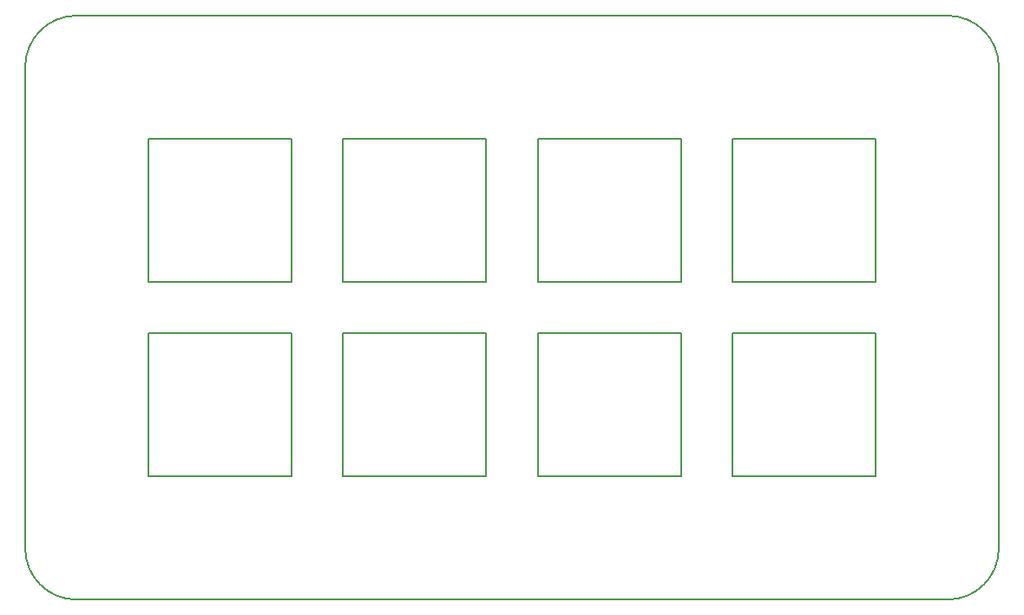
<source format=gbr>
G04 #@! TF.GenerationSoftware,KiCad,Pcbnew,5.1.2-f72e74a~84~ubuntu18.04.1*
G04 #@! TF.CreationDate,2019-06-08T15:54:07-04:00*
G04 #@! TF.ProjectId,8-key-top-plate-1.2,382d6b65-792d-4746-9f70-2d706c617465,rev?*
G04 #@! TF.SameCoordinates,Original*
G04 #@! TF.FileFunction,Profile,NP*
%FSLAX46Y46*%
G04 Gerber Fmt 4.6, Leading zero omitted, Abs format (unit mm)*
G04 Created by KiCad (PCBNEW 5.1.2-f72e74a~84~ubuntu18.04.1) date 2019-06-08 15:54:07*
%MOMM*%
%LPD*%
G04 APERTURE LIST*
%ADD10C,0.150000*%
%ADD11C,0.200000*%
G04 APERTURE END LIST*
D10*
X136000000Y-121000000D02*
X136000000Y-74000000D01*
X226000000Y-126000000D02*
X141000000Y-126000000D01*
X231000000Y-74000000D02*
X231000000Y-121000000D01*
X141000000Y-69000000D02*
X226000000Y-69000000D01*
X226000000Y-69000000D02*
G75*
G02X231000000Y-74000000I0J-5000000D01*
G01*
X231000000Y-121000000D02*
G75*
G02X226000000Y-126000000I-5000000J0D01*
G01*
X141000000Y-126000000D02*
G75*
G02X136000000Y-121000000I0J5000000D01*
G01*
X136000000Y-74000000D02*
G75*
G02X141000000Y-69000000I5000000J0D01*
G01*
D11*
X181000000Y-100000000D02*
X167000000Y-100000000D01*
X181000000Y-114000000D02*
X181000000Y-100000000D01*
X219000000Y-114000000D02*
X219000000Y-100000000D01*
X200000000Y-100000000D02*
X186000000Y-100000000D01*
X205000000Y-100000000D02*
X205000000Y-114000000D01*
X219000000Y-100000000D02*
X205000000Y-100000000D01*
X167000000Y-114000000D02*
X181000000Y-114000000D01*
X186000000Y-114000000D02*
X200000000Y-114000000D01*
X148000000Y-114000000D02*
X162000000Y-114000000D01*
X148000000Y-100000000D02*
X148000000Y-114000000D01*
X167000000Y-100000000D02*
X167000000Y-114000000D01*
X200000000Y-114000000D02*
X200000000Y-100000000D01*
X186000000Y-100000000D02*
X186000000Y-114000000D01*
X205000000Y-114000000D02*
X219000000Y-114000000D01*
X162000000Y-114000000D02*
X162000000Y-100000000D01*
X162000000Y-100000000D02*
X148000000Y-100000000D01*
X219000000Y-81000000D02*
X205000000Y-81000000D01*
X219000000Y-95000000D02*
X219000000Y-81000000D01*
X205000000Y-95000000D02*
X219000000Y-95000000D01*
X186000000Y-95000000D02*
X200000000Y-95000000D01*
X186000000Y-81000000D02*
X186000000Y-95000000D01*
X205000000Y-81000000D02*
X205000000Y-95000000D01*
X200000000Y-95000000D02*
X200000000Y-81000000D01*
X200000000Y-81000000D02*
X186000000Y-81000000D01*
X167000000Y-95000000D02*
X181000000Y-95000000D01*
X167000000Y-81000000D02*
X167000000Y-95000000D01*
X181000000Y-95000000D02*
X181000000Y-81000000D01*
X181000000Y-81000000D02*
X167000000Y-81000000D01*
X162000000Y-81000000D02*
X148000000Y-81000000D01*
X162000000Y-95000000D02*
X162000000Y-81000000D01*
X148000000Y-95000000D02*
X162000000Y-95000000D01*
X148000000Y-81000000D02*
X148000000Y-95000000D01*
M02*

</source>
